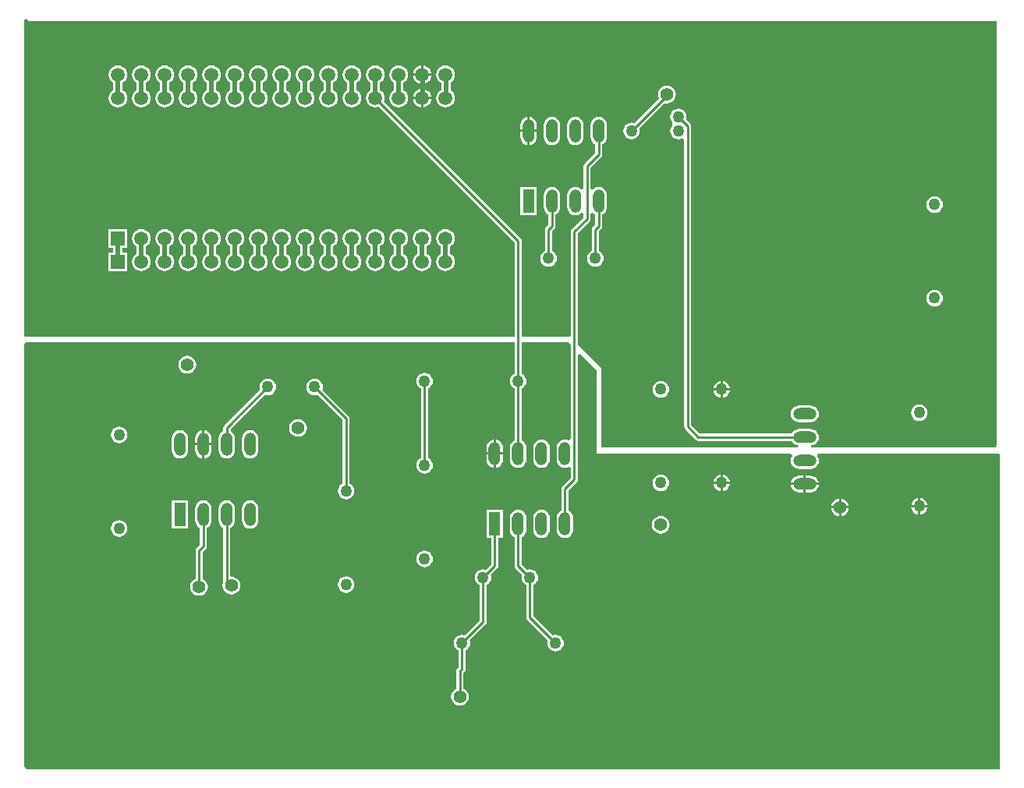
<source format=gtl>
G04*
G04 #@! TF.GenerationSoftware,Altium Limited,Altium Designer,19.1.2 (11)*
G04*
G04 Layer_Physical_Order=1*
G04 Layer_Color=255*
%FSLAX43Y43*%
%MOMM*%
G71*
G01*
G75*
%ADD10C,0.254*%
%ADD11C,0.508*%
%ADD20C,1.500*%
%ADD21R,1.500X1.500*%
%ADD22R,1.270X2.540*%
%ADD23O,1.270X2.540*%
%ADD24C,1.397*%
%ADD25C,1.270*%
%ADD26O,2.540X1.270*%
G36*
X508Y81407D02*
X105537D01*
Y35306D01*
X105432Y35052D01*
X85419D01*
X85402Y35306D01*
X85576Y35329D01*
X85792Y35418D01*
X85978Y35561D01*
X86121Y35747D01*
X86210Y35963D01*
X86241Y36195D01*
X86210Y36427D01*
X86121Y36643D01*
X85978Y36829D01*
X85792Y36972D01*
X85576Y37061D01*
X85344Y37092D01*
X84074D01*
X83842Y37061D01*
X83626Y36972D01*
X83440Y36829D01*
X83297Y36643D01*
X83273Y36583D01*
X73313D01*
X72397Y37499D01*
Y69977D01*
X72368Y70126D01*
X72284Y70252D01*
X71834Y70701D01*
X71859Y70761D01*
X71890Y70993D01*
X71859Y71225D01*
X71770Y71441D01*
X71627Y71627D01*
X71441Y71770D01*
X71225Y71859D01*
X70993Y71890D01*
X70761Y71859D01*
X70545Y71770D01*
X70359Y71627D01*
X70216Y71441D01*
X70127Y71225D01*
X70096Y70993D01*
X70127Y70761D01*
X70216Y70545D01*
X70328Y70399D01*
X70360Y70243D01*
Y70219D01*
X70328Y70063D01*
X70216Y69917D01*
X70127Y69701D01*
X70096Y69469D01*
X70127Y69237D01*
X70216Y69021D01*
X70359Y68835D01*
X70545Y68692D01*
X70761Y68603D01*
X70993Y68572D01*
X71225Y68603D01*
X71367Y68661D01*
X71621Y68540D01*
Y37338D01*
X71650Y37189D01*
X71734Y37063D01*
X72877Y35920D01*
X73003Y35836D01*
X73152Y35807D01*
X83273D01*
X83297Y35747D01*
X83440Y35561D01*
X83626Y35418D01*
X83842Y35329D01*
X84016Y35306D01*
X83999Y35052D01*
X62611D01*
Y43688D01*
X60078Y46221D01*
Y58361D01*
X61362Y59644D01*
X61446Y59770D01*
X61475Y59919D01*
Y60485D01*
X61699Y60571D01*
X61729Y60575D01*
X61909Y60437D01*
X61969Y60413D01*
Y59292D01*
X61701Y59025D01*
X61617Y58899D01*
X61588Y58750D01*
Y56427D01*
X61528Y56403D01*
X61342Y56260D01*
X61199Y56074D01*
X61110Y55858D01*
X61079Y55626D01*
X61110Y55394D01*
X61199Y55178D01*
X61342Y54992D01*
X61528Y54849D01*
X61744Y54760D01*
X61976Y54729D01*
X62208Y54760D01*
X62424Y54849D01*
X62610Y54992D01*
X62753Y55178D01*
X62842Y55394D01*
X62873Y55626D01*
X62842Y55858D01*
X62753Y56074D01*
X62610Y56260D01*
X62424Y56403D01*
X62364Y56427D01*
Y58589D01*
X62632Y58857D01*
X62716Y58983D01*
X62745Y59131D01*
Y60413D01*
X62805Y60437D01*
X62991Y60580D01*
X63134Y60766D01*
X63223Y60982D01*
X63254Y61214D01*
Y62484D01*
X63223Y62716D01*
X63134Y62932D01*
X62991Y63118D01*
X62805Y63261D01*
X62589Y63350D01*
X62357Y63381D01*
X62125Y63350D01*
X61909Y63261D01*
X61729Y63123D01*
X61699Y63127D01*
X61475Y63213D01*
Y65498D01*
X62632Y66654D01*
X62716Y66780D01*
X62745Y66929D01*
Y68033D01*
X62805Y68057D01*
X62991Y68200D01*
X63134Y68386D01*
X63223Y68602D01*
X63254Y68834D01*
Y70104D01*
X63223Y70336D01*
X63134Y70552D01*
X62991Y70738D01*
X62805Y70881D01*
X62589Y70970D01*
X62357Y71001D01*
X62125Y70970D01*
X61909Y70881D01*
X61723Y70738D01*
X61580Y70552D01*
X61491Y70336D01*
X61460Y70104D01*
Y68834D01*
X61491Y68602D01*
X61580Y68386D01*
X61723Y68200D01*
X61909Y68057D01*
X61969Y68033D01*
Y67090D01*
X60812Y65934D01*
X60728Y65808D01*
X60699Y65659D01*
Y63213D01*
X60475Y63127D01*
X60445Y63123D01*
X60265Y63261D01*
X60049Y63350D01*
X59817Y63381D01*
X59585Y63350D01*
X59369Y63261D01*
X59183Y63118D01*
X59040Y62932D01*
X58951Y62716D01*
X58920Y62484D01*
Y61214D01*
X58951Y60982D01*
X59040Y60766D01*
X59183Y60580D01*
X59369Y60437D01*
X59585Y60348D01*
X59817Y60317D01*
X60049Y60348D01*
X60265Y60437D01*
X60445Y60575D01*
X60475Y60571D01*
X60699Y60485D01*
Y60080D01*
X59415Y58796D01*
X59331Y58670D01*
X59302Y58522D01*
Y47167D01*
X59182Y47117D01*
X53982D01*
Y57531D01*
X53953Y57680D01*
X53869Y57806D01*
X39029Y72645D01*
X39078Y72763D01*
X39113Y73025D01*
X39078Y73287D01*
X38977Y73531D01*
X38816Y73741D01*
X38618Y73893D01*
Y74697D01*
X38816Y74849D01*
X38977Y75059D01*
X39078Y75303D01*
X39113Y75565D01*
X39078Y75827D01*
X38977Y76071D01*
X38816Y76281D01*
X38606Y76442D01*
X38362Y76543D01*
X38100Y76578D01*
X37838Y76543D01*
X37594Y76442D01*
X37384Y76281D01*
X37223Y76071D01*
X37122Y75827D01*
X37087Y75565D01*
X37122Y75303D01*
X37223Y75059D01*
X37384Y74849D01*
X37582Y74697D01*
Y73893D01*
X37384Y73741D01*
X37223Y73531D01*
X37122Y73287D01*
X37087Y73025D01*
X37122Y72763D01*
X37223Y72519D01*
X37384Y72309D01*
X37594Y72148D01*
X37838Y72047D01*
X38100Y72012D01*
X38362Y72047D01*
X38480Y72096D01*
X53206Y57370D01*
Y47117D01*
X0D01*
Y81556D01*
X254Y81661D01*
X508Y81407D01*
D02*
G37*
G36*
X59302Y46235D02*
Y35981D01*
X59048Y35860D01*
X58906Y35918D01*
X58674Y35949D01*
X58442Y35918D01*
X58226Y35829D01*
X58040Y35686D01*
X57897Y35500D01*
X57808Y35284D01*
X57777Y35052D01*
Y33782D01*
X57808Y33550D01*
X57897Y33334D01*
X58040Y33148D01*
X58226Y33005D01*
X58442Y32916D01*
X58674Y32885D01*
X58906Y32916D01*
X59048Y32974D01*
X59302Y32853D01*
Y31784D01*
X58399Y30882D01*
X58315Y30756D01*
X58286Y30607D01*
Y28233D01*
X58226Y28209D01*
X58040Y28066D01*
X57897Y27880D01*
X57808Y27664D01*
X57777Y27432D01*
Y26162D01*
X57808Y25930D01*
X57897Y25714D01*
X58040Y25528D01*
X58226Y25385D01*
X58442Y25296D01*
X58674Y25265D01*
X58906Y25296D01*
X59122Y25385D01*
X59308Y25528D01*
X59451Y25714D01*
X59540Y25930D01*
X59571Y26162D01*
Y27432D01*
X59540Y27664D01*
X59451Y27880D01*
X59308Y28066D01*
X59122Y28209D01*
X59062Y28233D01*
Y30446D01*
X59965Y31348D01*
X60049Y31474D01*
X60078Y31623D01*
Y45127D01*
X60313Y45224D01*
X62103Y43434D01*
Y34417D01*
X83218D01*
X83343Y34163D01*
X83297Y34103D01*
X83208Y33887D01*
X83177Y33655D01*
X83208Y33423D01*
X83297Y33207D01*
X83440Y33021D01*
X83626Y32878D01*
X83842Y32789D01*
X84074Y32758D01*
X85344D01*
X85576Y32789D01*
X85792Y32878D01*
X85978Y33021D01*
X86121Y33207D01*
X86210Y33423D01*
X86241Y33655D01*
X86210Y33887D01*
X86121Y34103D01*
X86075Y34163D01*
X86200Y34417D01*
X105791D01*
X105918Y34364D01*
Y127D01*
X328D01*
X127Y254D01*
X0Y452D01*
Y46355D01*
X127Y46482D01*
X53206D01*
Y43092D01*
X53146Y43068D01*
X52960Y42925D01*
X52817Y42739D01*
X52728Y42523D01*
X52697Y42291D01*
X52728Y42059D01*
X52817Y41843D01*
X52960Y41657D01*
X53146Y41514D01*
X53206Y41490D01*
Y35853D01*
X53146Y35829D01*
X52960Y35686D01*
X52817Y35500D01*
X52728Y35284D01*
X52697Y35052D01*
Y33782D01*
X52728Y33550D01*
X52817Y33334D01*
X52960Y33148D01*
X53146Y33005D01*
X53362Y32916D01*
X53594Y32885D01*
X53826Y32916D01*
X54042Y33005D01*
X54228Y33148D01*
X54371Y33334D01*
X54460Y33550D01*
X54491Y33782D01*
Y35052D01*
X54460Y35284D01*
X54371Y35500D01*
X54228Y35686D01*
X54042Y35829D01*
X53982Y35853D01*
Y41490D01*
X54042Y41514D01*
X54228Y41657D01*
X54371Y41843D01*
X54460Y42059D01*
X54491Y42291D01*
X54460Y42523D01*
X54371Y42739D01*
X54228Y42925D01*
X54042Y43068D01*
X53982Y43092D01*
Y46482D01*
X59055D01*
X59302Y46235D01*
D02*
G37*
%LPC*%
G36*
X43307Y76561D02*
Y75692D01*
X44176D01*
X44158Y75827D01*
X44057Y76071D01*
X43896Y76281D01*
X43686Y76442D01*
X43442Y76543D01*
X43307Y76561D01*
D02*
G37*
G36*
X43053D02*
X42918Y76543D01*
X42674Y76442D01*
X42464Y76281D01*
X42303Y76071D01*
X42202Y75827D01*
X42184Y75692D01*
X43053D01*
Y76561D01*
D02*
G37*
G36*
X44176Y75438D02*
X43307D01*
Y74569D01*
X43442Y74587D01*
X43686Y74688D01*
X43896Y74849D01*
X44057Y75059D01*
X44158Y75303D01*
X44176Y75438D01*
D02*
G37*
G36*
X43053D02*
X42184D01*
X42202Y75303D01*
X42303Y75059D01*
X42464Y74849D01*
X42674Y74688D01*
X42918Y74587D01*
X43053Y74569D01*
Y75438D01*
D02*
G37*
G36*
X43307Y74021D02*
Y73152D01*
X44176D01*
X44158Y73287D01*
X44057Y73531D01*
X43896Y73741D01*
X43686Y73902D01*
X43442Y74003D01*
X43307Y74021D01*
D02*
G37*
G36*
X43053D02*
X42918Y74003D01*
X42674Y73902D01*
X42464Y73741D01*
X42303Y73531D01*
X42202Y73287D01*
X42184Y73152D01*
X43053D01*
Y74021D01*
D02*
G37*
G36*
X69755Y74375D02*
X69506Y74342D01*
X69275Y74246D01*
X69076Y74093D01*
X68923Y73894D01*
X68827Y73663D01*
X68794Y73414D01*
X68827Y73165D01*
X68895Y73001D01*
X66205Y70310D01*
X66145Y70335D01*
X65913Y70366D01*
X65681Y70335D01*
X65465Y70246D01*
X65279Y70103D01*
X65136Y69917D01*
X65047Y69701D01*
X65016Y69469D01*
X65047Y69237D01*
X65136Y69021D01*
X65279Y68835D01*
X65465Y68692D01*
X65681Y68603D01*
X65913Y68572D01*
X66145Y68603D01*
X66361Y68692D01*
X66547Y68835D01*
X66690Y69021D01*
X66779Y69237D01*
X66810Y69469D01*
X66779Y69701D01*
X66754Y69761D01*
X69487Y72494D01*
X69506Y72486D01*
X69755Y72453D01*
X70004Y72486D01*
X70235Y72582D01*
X70434Y72735D01*
X70587Y72934D01*
X70683Y73165D01*
X70716Y73414D01*
X70683Y73663D01*
X70587Y73894D01*
X70434Y74093D01*
X70235Y74246D01*
X70004Y74342D01*
X69755Y74375D01*
D02*
G37*
G36*
X44176Y72898D02*
X43307D01*
Y72029D01*
X43442Y72047D01*
X43686Y72148D01*
X43896Y72309D01*
X44057Y72519D01*
X44158Y72763D01*
X44176Y72898D01*
D02*
G37*
G36*
X43053D02*
X42184D01*
X42202Y72763D01*
X42303Y72519D01*
X42464Y72309D01*
X42674Y72148D01*
X42918Y72047D01*
X43053Y72029D01*
Y72898D01*
D02*
G37*
G36*
X45720Y76578D02*
X45458Y76543D01*
X45214Y76442D01*
X45004Y76281D01*
X44843Y76071D01*
X44742Y75827D01*
X44707Y75565D01*
X44742Y75303D01*
X44843Y75059D01*
X45004Y74849D01*
X45214Y74688D01*
X45253Y74672D01*
Y73918D01*
X45214Y73902D01*
X45004Y73741D01*
X44843Y73531D01*
X44742Y73287D01*
X44707Y73025D01*
X44742Y72763D01*
X44843Y72519D01*
X45004Y72309D01*
X45214Y72148D01*
X45458Y72047D01*
X45720Y72012D01*
X45982Y72047D01*
X46226Y72148D01*
X46436Y72309D01*
X46597Y72519D01*
X46698Y72763D01*
X46733Y73025D01*
X46698Y73287D01*
X46597Y73531D01*
X46436Y73741D01*
X46289Y73854D01*
Y74736D01*
X46436Y74849D01*
X46597Y75059D01*
X46698Y75303D01*
X46733Y75565D01*
X46698Y75827D01*
X46597Y76071D01*
X46436Y76281D01*
X46226Y76442D01*
X45982Y76543D01*
X45720Y76578D01*
D02*
G37*
G36*
X40640D02*
X40378Y76543D01*
X40134Y76442D01*
X39924Y76281D01*
X39763Y76071D01*
X39662Y75827D01*
X39627Y75565D01*
X39662Y75303D01*
X39763Y75059D01*
X39924Y74849D01*
X40122Y74697D01*
Y73893D01*
X39924Y73741D01*
X39763Y73531D01*
X39662Y73287D01*
X39627Y73025D01*
X39662Y72763D01*
X39763Y72519D01*
X39924Y72309D01*
X40134Y72148D01*
X40378Y72047D01*
X40640Y72012D01*
X40902Y72047D01*
X41146Y72148D01*
X41356Y72309D01*
X41517Y72519D01*
X41618Y72763D01*
X41653Y73025D01*
X41618Y73287D01*
X41517Y73531D01*
X41356Y73741D01*
X41158Y73893D01*
Y74697D01*
X41356Y74849D01*
X41517Y75059D01*
X41618Y75303D01*
X41653Y75565D01*
X41618Y75827D01*
X41517Y76071D01*
X41356Y76281D01*
X41146Y76442D01*
X40902Y76543D01*
X40640Y76578D01*
D02*
G37*
G36*
X35560D02*
X35298Y76543D01*
X35054Y76442D01*
X34844Y76281D01*
X34683Y76071D01*
X34582Y75827D01*
X34547Y75565D01*
X34582Y75303D01*
X34683Y75059D01*
X34844Y74849D01*
X35042Y74697D01*
Y73893D01*
X34844Y73741D01*
X34683Y73531D01*
X34582Y73287D01*
X34547Y73025D01*
X34582Y72763D01*
X34683Y72519D01*
X34844Y72309D01*
X35054Y72148D01*
X35298Y72047D01*
X35560Y72012D01*
X35822Y72047D01*
X36066Y72148D01*
X36276Y72309D01*
X36437Y72519D01*
X36538Y72763D01*
X36573Y73025D01*
X36538Y73287D01*
X36437Y73531D01*
X36276Y73741D01*
X36078Y73893D01*
Y74697D01*
X36276Y74849D01*
X36437Y75059D01*
X36538Y75303D01*
X36573Y75565D01*
X36538Y75827D01*
X36437Y76071D01*
X36276Y76281D01*
X36066Y76442D01*
X35822Y76543D01*
X35560Y76578D01*
D02*
G37*
G36*
X33020D02*
X32758Y76543D01*
X32514Y76442D01*
X32304Y76281D01*
X32143Y76071D01*
X32042Y75827D01*
X32007Y75565D01*
X32042Y75303D01*
X32143Y75059D01*
X32304Y74849D01*
X32502Y74697D01*
Y73893D01*
X32304Y73741D01*
X32143Y73531D01*
X32042Y73287D01*
X32007Y73025D01*
X32042Y72763D01*
X32143Y72519D01*
X32304Y72309D01*
X32514Y72148D01*
X32758Y72047D01*
X33020Y72012D01*
X33282Y72047D01*
X33526Y72148D01*
X33736Y72309D01*
X33897Y72519D01*
X33998Y72763D01*
X34033Y73025D01*
X33998Y73287D01*
X33897Y73531D01*
X33736Y73741D01*
X33538Y73893D01*
Y74697D01*
X33736Y74849D01*
X33897Y75059D01*
X33998Y75303D01*
X34033Y75565D01*
X33998Y75827D01*
X33897Y76071D01*
X33736Y76281D01*
X33526Y76442D01*
X33282Y76543D01*
X33020Y76578D01*
D02*
G37*
G36*
X30480D02*
X30218Y76543D01*
X29974Y76442D01*
X29764Y76281D01*
X29603Y76071D01*
X29502Y75827D01*
X29467Y75565D01*
X29502Y75303D01*
X29603Y75059D01*
X29764Y74849D01*
X29962Y74697D01*
Y73893D01*
X29764Y73741D01*
X29603Y73531D01*
X29502Y73287D01*
X29467Y73025D01*
X29502Y72763D01*
X29603Y72519D01*
X29764Y72309D01*
X29974Y72148D01*
X30218Y72047D01*
X30480Y72012D01*
X30742Y72047D01*
X30986Y72148D01*
X31196Y72309D01*
X31357Y72519D01*
X31458Y72763D01*
X31493Y73025D01*
X31458Y73287D01*
X31357Y73531D01*
X31196Y73741D01*
X30998Y73893D01*
Y74697D01*
X31196Y74849D01*
X31357Y75059D01*
X31458Y75303D01*
X31493Y75565D01*
X31458Y75827D01*
X31357Y76071D01*
X31196Y76281D01*
X30986Y76442D01*
X30742Y76543D01*
X30480Y76578D01*
D02*
G37*
G36*
X27940D02*
X27678Y76543D01*
X27434Y76442D01*
X27224Y76281D01*
X27063Y76071D01*
X26962Y75827D01*
X26927Y75565D01*
X26962Y75303D01*
X27063Y75059D01*
X27224Y74849D01*
X27422Y74697D01*
Y73893D01*
X27224Y73741D01*
X27063Y73531D01*
X26962Y73287D01*
X26927Y73025D01*
X26962Y72763D01*
X27063Y72519D01*
X27224Y72309D01*
X27434Y72148D01*
X27678Y72047D01*
X27940Y72012D01*
X28202Y72047D01*
X28446Y72148D01*
X28656Y72309D01*
X28817Y72519D01*
X28918Y72763D01*
X28953Y73025D01*
X28918Y73287D01*
X28817Y73531D01*
X28656Y73741D01*
X28458Y73893D01*
Y74697D01*
X28656Y74849D01*
X28817Y75059D01*
X28918Y75303D01*
X28953Y75565D01*
X28918Y75827D01*
X28817Y76071D01*
X28656Y76281D01*
X28446Y76442D01*
X28202Y76543D01*
X27940Y76578D01*
D02*
G37*
G36*
X25400D02*
X25138Y76543D01*
X24894Y76442D01*
X24684Y76281D01*
X24523Y76071D01*
X24422Y75827D01*
X24387Y75565D01*
X24422Y75303D01*
X24523Y75059D01*
X24684Y74849D01*
X24882Y74697D01*
Y73893D01*
X24684Y73741D01*
X24523Y73531D01*
X24422Y73287D01*
X24387Y73025D01*
X24422Y72763D01*
X24523Y72519D01*
X24684Y72309D01*
X24894Y72148D01*
X25138Y72047D01*
X25400Y72012D01*
X25662Y72047D01*
X25906Y72148D01*
X26116Y72309D01*
X26277Y72519D01*
X26378Y72763D01*
X26413Y73025D01*
X26378Y73287D01*
X26277Y73531D01*
X26116Y73741D01*
X25918Y73893D01*
Y74697D01*
X26116Y74849D01*
X26277Y75059D01*
X26378Y75303D01*
X26413Y75565D01*
X26378Y75827D01*
X26277Y76071D01*
X26116Y76281D01*
X25906Y76442D01*
X25662Y76543D01*
X25400Y76578D01*
D02*
G37*
G36*
X22860D02*
X22598Y76543D01*
X22354Y76442D01*
X22144Y76281D01*
X21983Y76071D01*
X21882Y75827D01*
X21847Y75565D01*
X21882Y75303D01*
X21983Y75059D01*
X22144Y74849D01*
X22342Y74697D01*
Y73893D01*
X22144Y73741D01*
X21983Y73531D01*
X21882Y73287D01*
X21847Y73025D01*
X21882Y72763D01*
X21983Y72519D01*
X22144Y72309D01*
X22354Y72148D01*
X22598Y72047D01*
X22860Y72012D01*
X23122Y72047D01*
X23366Y72148D01*
X23576Y72309D01*
X23737Y72519D01*
X23838Y72763D01*
X23873Y73025D01*
X23838Y73287D01*
X23737Y73531D01*
X23576Y73741D01*
X23378Y73893D01*
Y74697D01*
X23576Y74849D01*
X23737Y75059D01*
X23838Y75303D01*
X23873Y75565D01*
X23838Y75827D01*
X23737Y76071D01*
X23576Y76281D01*
X23366Y76442D01*
X23122Y76543D01*
X22860Y76578D01*
D02*
G37*
G36*
X20320D02*
X20058Y76543D01*
X19814Y76442D01*
X19604Y76281D01*
X19443Y76071D01*
X19342Y75827D01*
X19307Y75565D01*
X19342Y75303D01*
X19443Y75059D01*
X19604Y74849D01*
X19802Y74697D01*
Y73893D01*
X19604Y73741D01*
X19443Y73531D01*
X19342Y73287D01*
X19307Y73025D01*
X19342Y72763D01*
X19443Y72519D01*
X19604Y72309D01*
X19814Y72148D01*
X20058Y72047D01*
X20320Y72012D01*
X20582Y72047D01*
X20826Y72148D01*
X21036Y72309D01*
X21197Y72519D01*
X21298Y72763D01*
X21333Y73025D01*
X21298Y73287D01*
X21197Y73531D01*
X21036Y73741D01*
X20838Y73893D01*
Y74697D01*
X21036Y74849D01*
X21197Y75059D01*
X21298Y75303D01*
X21333Y75565D01*
X21298Y75827D01*
X21197Y76071D01*
X21036Y76281D01*
X20826Y76442D01*
X20582Y76543D01*
X20320Y76578D01*
D02*
G37*
G36*
X17780D02*
X17518Y76543D01*
X17274Y76442D01*
X17064Y76281D01*
X16903Y76071D01*
X16802Y75827D01*
X16767Y75565D01*
X16802Y75303D01*
X16903Y75059D01*
X17064Y74849D01*
X17262Y74697D01*
Y73893D01*
X17064Y73741D01*
X16903Y73531D01*
X16802Y73287D01*
X16767Y73025D01*
X16802Y72763D01*
X16903Y72519D01*
X17064Y72309D01*
X17274Y72148D01*
X17518Y72047D01*
X17780Y72012D01*
X18042Y72047D01*
X18286Y72148D01*
X18496Y72309D01*
X18657Y72519D01*
X18758Y72763D01*
X18793Y73025D01*
X18758Y73287D01*
X18657Y73531D01*
X18496Y73741D01*
X18298Y73893D01*
Y74697D01*
X18496Y74849D01*
X18657Y75059D01*
X18758Y75303D01*
X18793Y75565D01*
X18758Y75827D01*
X18657Y76071D01*
X18496Y76281D01*
X18286Y76442D01*
X18042Y76543D01*
X17780Y76578D01*
D02*
G37*
G36*
X15240D02*
X14978Y76543D01*
X14734Y76442D01*
X14524Y76281D01*
X14363Y76071D01*
X14262Y75827D01*
X14227Y75565D01*
X14262Y75303D01*
X14363Y75059D01*
X14524Y74849D01*
X14722Y74697D01*
Y73893D01*
X14524Y73741D01*
X14363Y73531D01*
X14262Y73287D01*
X14227Y73025D01*
X14262Y72763D01*
X14363Y72519D01*
X14524Y72309D01*
X14734Y72148D01*
X14978Y72047D01*
X15240Y72012D01*
X15502Y72047D01*
X15746Y72148D01*
X15956Y72309D01*
X16117Y72519D01*
X16218Y72763D01*
X16253Y73025D01*
X16218Y73287D01*
X16117Y73531D01*
X15956Y73741D01*
X15758Y73893D01*
Y74697D01*
X15956Y74849D01*
X16117Y75059D01*
X16218Y75303D01*
X16253Y75565D01*
X16218Y75827D01*
X16117Y76071D01*
X15956Y76281D01*
X15746Y76442D01*
X15502Y76543D01*
X15240Y76578D01*
D02*
G37*
G36*
X12700D02*
X12438Y76543D01*
X12194Y76442D01*
X11984Y76281D01*
X11823Y76071D01*
X11722Y75827D01*
X11687Y75565D01*
X11722Y75303D01*
X11823Y75059D01*
X11984Y74849D01*
X12182Y74697D01*
Y73893D01*
X11984Y73741D01*
X11823Y73531D01*
X11722Y73287D01*
X11687Y73025D01*
X11722Y72763D01*
X11823Y72519D01*
X11984Y72309D01*
X12194Y72148D01*
X12438Y72047D01*
X12700Y72012D01*
X12962Y72047D01*
X13206Y72148D01*
X13416Y72309D01*
X13577Y72519D01*
X13678Y72763D01*
X13713Y73025D01*
X13678Y73287D01*
X13577Y73531D01*
X13416Y73741D01*
X13218Y73893D01*
Y74697D01*
X13416Y74849D01*
X13577Y75059D01*
X13678Y75303D01*
X13713Y75565D01*
X13678Y75827D01*
X13577Y76071D01*
X13416Y76281D01*
X13206Y76442D01*
X12962Y76543D01*
X12700Y76578D01*
D02*
G37*
G36*
X10160D02*
X9898Y76543D01*
X9654Y76442D01*
X9444Y76281D01*
X9283Y76071D01*
X9182Y75827D01*
X9147Y75565D01*
X9182Y75303D01*
X9283Y75059D01*
X9444Y74849D01*
X9642Y74697D01*
Y73893D01*
X9444Y73741D01*
X9283Y73531D01*
X9182Y73287D01*
X9147Y73025D01*
X9182Y72763D01*
X9283Y72519D01*
X9444Y72309D01*
X9654Y72148D01*
X9898Y72047D01*
X10160Y72012D01*
X10422Y72047D01*
X10666Y72148D01*
X10876Y72309D01*
X11037Y72519D01*
X11138Y72763D01*
X11173Y73025D01*
X11138Y73287D01*
X11037Y73531D01*
X10876Y73741D01*
X10678Y73893D01*
Y74697D01*
X10876Y74849D01*
X11037Y75059D01*
X11138Y75303D01*
X11173Y75565D01*
X11138Y75827D01*
X11037Y76071D01*
X10876Y76281D01*
X10666Y76442D01*
X10422Y76543D01*
X10160Y76578D01*
D02*
G37*
G36*
X54864Y70984D02*
Y69596D01*
X55634D01*
Y70104D01*
X55603Y70336D01*
X55514Y70552D01*
X55371Y70738D01*
X55185Y70881D01*
X54969Y70970D01*
X54864Y70984D01*
D02*
G37*
G36*
X54610D02*
X54505Y70970D01*
X54289Y70881D01*
X54103Y70738D01*
X53960Y70552D01*
X53871Y70336D01*
X53840Y70104D01*
Y69596D01*
X54610D01*
Y70984D01*
D02*
G37*
G36*
X55634Y69342D02*
X54864D01*
Y67954D01*
X54969Y67968D01*
X55185Y68057D01*
X55371Y68200D01*
X55514Y68386D01*
X55603Y68602D01*
X55634Y68834D01*
Y69342D01*
D02*
G37*
G36*
X54610D02*
X53840D01*
Y68834D01*
X53871Y68602D01*
X53960Y68386D01*
X54103Y68200D01*
X54289Y68057D01*
X54505Y67968D01*
X54610Y67954D01*
Y69342D01*
D02*
G37*
G36*
X59817Y71001D02*
X59585Y70970D01*
X59369Y70881D01*
X59183Y70738D01*
X59040Y70552D01*
X58951Y70336D01*
X58920Y70104D01*
Y68834D01*
X58951Y68602D01*
X59040Y68386D01*
X59183Y68200D01*
X59369Y68057D01*
X59585Y67968D01*
X59817Y67937D01*
X60049Y67968D01*
X60265Y68057D01*
X60451Y68200D01*
X60594Y68386D01*
X60683Y68602D01*
X60714Y68834D01*
Y70104D01*
X60683Y70336D01*
X60594Y70552D01*
X60451Y70738D01*
X60265Y70881D01*
X60049Y70970D01*
X59817Y71001D01*
D02*
G37*
G36*
X57277D02*
X57045Y70970D01*
X56829Y70881D01*
X56643Y70738D01*
X56500Y70552D01*
X56411Y70336D01*
X56380Y70104D01*
Y68834D01*
X56411Y68602D01*
X56500Y68386D01*
X56643Y68200D01*
X56829Y68057D01*
X57045Y67968D01*
X57277Y67937D01*
X57509Y67968D01*
X57725Y68057D01*
X57911Y68200D01*
X58054Y68386D01*
X58143Y68602D01*
X58174Y68834D01*
Y70104D01*
X58143Y70336D01*
X58054Y70552D01*
X57911Y70738D01*
X57725Y70881D01*
X57509Y70970D01*
X57277Y71001D01*
D02*
G37*
G36*
X98806Y62365D02*
X98574Y62334D01*
X98358Y62245D01*
X98172Y62102D01*
X98029Y61916D01*
X97940Y61700D01*
X97909Y61468D01*
X97940Y61236D01*
X98029Y61020D01*
X98172Y60834D01*
X98358Y60691D01*
X98574Y60602D01*
X98806Y60571D01*
X99038Y60602D01*
X99254Y60691D01*
X99440Y60834D01*
X99583Y61020D01*
X99672Y61236D01*
X99703Y61468D01*
X99672Y61700D01*
X99583Y61916D01*
X99440Y62102D01*
X99254Y62245D01*
X99038Y62334D01*
X98806Y62365D01*
D02*
G37*
G36*
X55626Y63373D02*
X53848D01*
Y60325D01*
X55626D01*
Y63373D01*
D02*
G37*
G36*
X57277Y63381D02*
X57045Y63350D01*
X56829Y63261D01*
X56643Y63118D01*
X56500Y62932D01*
X56411Y62716D01*
X56380Y62484D01*
Y61214D01*
X56411Y60982D01*
X56500Y60766D01*
X56643Y60580D01*
X56829Y60437D01*
X56889Y60413D01*
Y59292D01*
X56621Y59025D01*
X56537Y58899D01*
X56508Y58750D01*
Y56427D01*
X56448Y56403D01*
X56262Y56260D01*
X56119Y56074D01*
X56030Y55858D01*
X55999Y55626D01*
X56030Y55394D01*
X56119Y55178D01*
X56262Y54992D01*
X56448Y54849D01*
X56664Y54760D01*
X56896Y54729D01*
X57128Y54760D01*
X57344Y54849D01*
X57530Y54992D01*
X57673Y55178D01*
X57762Y55394D01*
X57793Y55626D01*
X57762Y55858D01*
X57673Y56074D01*
X57530Y56260D01*
X57344Y56403D01*
X57284Y56427D01*
Y58589D01*
X57552Y58857D01*
X57636Y58983D01*
X57665Y59131D01*
Y60413D01*
X57725Y60437D01*
X57911Y60580D01*
X58054Y60766D01*
X58143Y60982D01*
X58174Y61214D01*
Y62484D01*
X58143Y62716D01*
X58054Y62932D01*
X57911Y63118D01*
X57725Y63261D01*
X57509Y63350D01*
X57277Y63381D01*
D02*
G37*
G36*
X11164Y58789D02*
X9156D01*
Y56781D01*
X9642D01*
Y56249D01*
X9156D01*
Y54241D01*
X11164D01*
Y56249D01*
X10678D01*
Y56781D01*
X11164D01*
Y58789D01*
D02*
G37*
G36*
X45720Y58798D02*
X45458Y58763D01*
X45214Y58662D01*
X45004Y58501D01*
X44843Y58291D01*
X44742Y58047D01*
X44707Y57785D01*
X44742Y57523D01*
X44843Y57279D01*
X45004Y57069D01*
X45202Y56917D01*
Y56113D01*
X45004Y55961D01*
X44843Y55751D01*
X44742Y55507D01*
X44707Y55245D01*
X44742Y54983D01*
X44843Y54739D01*
X45004Y54529D01*
X45214Y54368D01*
X45458Y54267D01*
X45720Y54232D01*
X45982Y54267D01*
X46226Y54368D01*
X46436Y54529D01*
X46597Y54739D01*
X46698Y54983D01*
X46733Y55245D01*
X46698Y55507D01*
X46597Y55751D01*
X46436Y55961D01*
X46238Y56113D01*
Y56917D01*
X46436Y57069D01*
X46597Y57279D01*
X46698Y57523D01*
X46733Y57785D01*
X46698Y58047D01*
X46597Y58291D01*
X46436Y58501D01*
X46226Y58662D01*
X45982Y58763D01*
X45720Y58798D01*
D02*
G37*
G36*
X43180D02*
X42918Y58763D01*
X42674Y58662D01*
X42464Y58501D01*
X42303Y58291D01*
X42202Y58047D01*
X42167Y57785D01*
X42202Y57523D01*
X42303Y57279D01*
X42464Y57069D01*
X42662Y56917D01*
Y56113D01*
X42464Y55961D01*
X42303Y55751D01*
X42202Y55507D01*
X42167Y55245D01*
X42202Y54983D01*
X42303Y54739D01*
X42464Y54529D01*
X42674Y54368D01*
X42918Y54267D01*
X43180Y54232D01*
X43442Y54267D01*
X43686Y54368D01*
X43896Y54529D01*
X44057Y54739D01*
X44158Y54983D01*
X44193Y55245D01*
X44158Y55507D01*
X44057Y55751D01*
X43896Y55961D01*
X43698Y56113D01*
Y56917D01*
X43896Y57069D01*
X44057Y57279D01*
X44158Y57523D01*
X44193Y57785D01*
X44158Y58047D01*
X44057Y58291D01*
X43896Y58501D01*
X43686Y58662D01*
X43442Y58763D01*
X43180Y58798D01*
D02*
G37*
G36*
X40640D02*
X40378Y58763D01*
X40134Y58662D01*
X39924Y58501D01*
X39763Y58291D01*
X39662Y58047D01*
X39627Y57785D01*
X39662Y57523D01*
X39763Y57279D01*
X39924Y57069D01*
X40122Y56917D01*
Y56113D01*
X39924Y55961D01*
X39763Y55751D01*
X39662Y55507D01*
X39627Y55245D01*
X39662Y54983D01*
X39763Y54739D01*
X39924Y54529D01*
X40134Y54368D01*
X40378Y54267D01*
X40640Y54232D01*
X40902Y54267D01*
X41146Y54368D01*
X41356Y54529D01*
X41517Y54739D01*
X41618Y54983D01*
X41653Y55245D01*
X41618Y55507D01*
X41517Y55751D01*
X41356Y55961D01*
X41158Y56113D01*
Y56917D01*
X41356Y57069D01*
X41517Y57279D01*
X41618Y57523D01*
X41653Y57785D01*
X41618Y58047D01*
X41517Y58291D01*
X41356Y58501D01*
X41146Y58662D01*
X40902Y58763D01*
X40640Y58798D01*
D02*
G37*
G36*
X38100D02*
X37838Y58763D01*
X37594Y58662D01*
X37384Y58501D01*
X37223Y58291D01*
X37122Y58047D01*
X37087Y57785D01*
X37122Y57523D01*
X37223Y57279D01*
X37384Y57069D01*
X37582Y56917D01*
Y56113D01*
X37384Y55961D01*
X37223Y55751D01*
X37122Y55507D01*
X37087Y55245D01*
X37122Y54983D01*
X37223Y54739D01*
X37384Y54529D01*
X37594Y54368D01*
X37838Y54267D01*
X38100Y54232D01*
X38362Y54267D01*
X38606Y54368D01*
X38816Y54529D01*
X38977Y54739D01*
X39078Y54983D01*
X39113Y55245D01*
X39078Y55507D01*
X38977Y55751D01*
X38816Y55961D01*
X38618Y56113D01*
Y56917D01*
X38816Y57069D01*
X38977Y57279D01*
X39078Y57523D01*
X39113Y57785D01*
X39078Y58047D01*
X38977Y58291D01*
X38816Y58501D01*
X38606Y58662D01*
X38362Y58763D01*
X38100Y58798D01*
D02*
G37*
G36*
X35560D02*
X35298Y58763D01*
X35054Y58662D01*
X34844Y58501D01*
X34683Y58291D01*
X34582Y58047D01*
X34547Y57785D01*
X34582Y57523D01*
X34683Y57279D01*
X34844Y57069D01*
X35042Y56917D01*
Y56113D01*
X34844Y55961D01*
X34683Y55751D01*
X34582Y55507D01*
X34547Y55245D01*
X34582Y54983D01*
X34683Y54739D01*
X34844Y54529D01*
X35054Y54368D01*
X35298Y54267D01*
X35560Y54232D01*
X35822Y54267D01*
X36066Y54368D01*
X36276Y54529D01*
X36437Y54739D01*
X36538Y54983D01*
X36573Y55245D01*
X36538Y55507D01*
X36437Y55751D01*
X36276Y55961D01*
X36078Y56113D01*
Y56917D01*
X36276Y57069D01*
X36437Y57279D01*
X36538Y57523D01*
X36573Y57785D01*
X36538Y58047D01*
X36437Y58291D01*
X36276Y58501D01*
X36066Y58662D01*
X35822Y58763D01*
X35560Y58798D01*
D02*
G37*
G36*
X33020D02*
X32758Y58763D01*
X32514Y58662D01*
X32304Y58501D01*
X32143Y58291D01*
X32042Y58047D01*
X32007Y57785D01*
X32042Y57523D01*
X32143Y57279D01*
X32304Y57069D01*
X32502Y56917D01*
Y56113D01*
X32304Y55961D01*
X32143Y55751D01*
X32042Y55507D01*
X32007Y55245D01*
X32042Y54983D01*
X32143Y54739D01*
X32304Y54529D01*
X32514Y54368D01*
X32758Y54267D01*
X33020Y54232D01*
X33282Y54267D01*
X33526Y54368D01*
X33736Y54529D01*
X33897Y54739D01*
X33998Y54983D01*
X34033Y55245D01*
X33998Y55507D01*
X33897Y55751D01*
X33736Y55961D01*
X33538Y56113D01*
Y56917D01*
X33736Y57069D01*
X33897Y57279D01*
X33998Y57523D01*
X34033Y57785D01*
X33998Y58047D01*
X33897Y58291D01*
X33736Y58501D01*
X33526Y58662D01*
X33282Y58763D01*
X33020Y58798D01*
D02*
G37*
G36*
X30480D02*
X30218Y58763D01*
X29974Y58662D01*
X29764Y58501D01*
X29603Y58291D01*
X29502Y58047D01*
X29467Y57785D01*
X29502Y57523D01*
X29603Y57279D01*
X29764Y57069D01*
X29962Y56917D01*
Y56113D01*
X29764Y55961D01*
X29603Y55751D01*
X29502Y55507D01*
X29467Y55245D01*
X29502Y54983D01*
X29603Y54739D01*
X29764Y54529D01*
X29974Y54368D01*
X30218Y54267D01*
X30480Y54232D01*
X30742Y54267D01*
X30986Y54368D01*
X31196Y54529D01*
X31357Y54739D01*
X31458Y54983D01*
X31493Y55245D01*
X31458Y55507D01*
X31357Y55751D01*
X31196Y55961D01*
X30998Y56113D01*
Y56917D01*
X31196Y57069D01*
X31357Y57279D01*
X31458Y57523D01*
X31493Y57785D01*
X31458Y58047D01*
X31357Y58291D01*
X31196Y58501D01*
X30986Y58662D01*
X30742Y58763D01*
X30480Y58798D01*
D02*
G37*
G36*
X27940D02*
X27678Y58763D01*
X27434Y58662D01*
X27224Y58501D01*
X27063Y58291D01*
X26962Y58047D01*
X26927Y57785D01*
X26962Y57523D01*
X27063Y57279D01*
X27224Y57069D01*
X27422Y56917D01*
Y56113D01*
X27224Y55961D01*
X27063Y55751D01*
X26962Y55507D01*
X26927Y55245D01*
X26962Y54983D01*
X27063Y54739D01*
X27224Y54529D01*
X27434Y54368D01*
X27678Y54267D01*
X27940Y54232D01*
X28202Y54267D01*
X28446Y54368D01*
X28656Y54529D01*
X28817Y54739D01*
X28918Y54983D01*
X28953Y55245D01*
X28918Y55507D01*
X28817Y55751D01*
X28656Y55961D01*
X28458Y56113D01*
Y56917D01*
X28656Y57069D01*
X28817Y57279D01*
X28918Y57523D01*
X28953Y57785D01*
X28918Y58047D01*
X28817Y58291D01*
X28656Y58501D01*
X28446Y58662D01*
X28202Y58763D01*
X27940Y58798D01*
D02*
G37*
G36*
X25400D02*
X25138Y58763D01*
X24894Y58662D01*
X24684Y58501D01*
X24523Y58291D01*
X24422Y58047D01*
X24387Y57785D01*
X24422Y57523D01*
X24523Y57279D01*
X24684Y57069D01*
X24882Y56917D01*
Y56113D01*
X24684Y55961D01*
X24523Y55751D01*
X24422Y55507D01*
X24387Y55245D01*
X24422Y54983D01*
X24523Y54739D01*
X24684Y54529D01*
X24894Y54368D01*
X25138Y54267D01*
X25400Y54232D01*
X25662Y54267D01*
X25906Y54368D01*
X26116Y54529D01*
X26277Y54739D01*
X26378Y54983D01*
X26413Y55245D01*
X26378Y55507D01*
X26277Y55751D01*
X26116Y55961D01*
X25918Y56113D01*
Y56917D01*
X26116Y57069D01*
X26277Y57279D01*
X26378Y57523D01*
X26413Y57785D01*
X26378Y58047D01*
X26277Y58291D01*
X26116Y58501D01*
X25906Y58662D01*
X25662Y58763D01*
X25400Y58798D01*
D02*
G37*
G36*
X22860D02*
X22598Y58763D01*
X22354Y58662D01*
X22144Y58501D01*
X21983Y58291D01*
X21882Y58047D01*
X21847Y57785D01*
X21882Y57523D01*
X21983Y57279D01*
X22144Y57069D01*
X22342Y56917D01*
Y56113D01*
X22144Y55961D01*
X21983Y55751D01*
X21882Y55507D01*
X21847Y55245D01*
X21882Y54983D01*
X21983Y54739D01*
X22144Y54529D01*
X22354Y54368D01*
X22598Y54267D01*
X22860Y54232D01*
X23122Y54267D01*
X23366Y54368D01*
X23576Y54529D01*
X23737Y54739D01*
X23838Y54983D01*
X23873Y55245D01*
X23838Y55507D01*
X23737Y55751D01*
X23576Y55961D01*
X23378Y56113D01*
Y56917D01*
X23576Y57069D01*
X23737Y57279D01*
X23838Y57523D01*
X23873Y57785D01*
X23838Y58047D01*
X23737Y58291D01*
X23576Y58501D01*
X23366Y58662D01*
X23122Y58763D01*
X22860Y58798D01*
D02*
G37*
G36*
X20320D02*
X20058Y58763D01*
X19814Y58662D01*
X19604Y58501D01*
X19443Y58291D01*
X19342Y58047D01*
X19307Y57785D01*
X19342Y57523D01*
X19443Y57279D01*
X19604Y57069D01*
X19802Y56917D01*
Y56113D01*
X19604Y55961D01*
X19443Y55751D01*
X19342Y55507D01*
X19307Y55245D01*
X19342Y54983D01*
X19443Y54739D01*
X19604Y54529D01*
X19814Y54368D01*
X20058Y54267D01*
X20320Y54232D01*
X20582Y54267D01*
X20826Y54368D01*
X21036Y54529D01*
X21197Y54739D01*
X21298Y54983D01*
X21333Y55245D01*
X21298Y55507D01*
X21197Y55751D01*
X21036Y55961D01*
X20838Y56113D01*
Y56917D01*
X21036Y57069D01*
X21197Y57279D01*
X21298Y57523D01*
X21333Y57785D01*
X21298Y58047D01*
X21197Y58291D01*
X21036Y58501D01*
X20826Y58662D01*
X20582Y58763D01*
X20320Y58798D01*
D02*
G37*
G36*
X17780D02*
X17518Y58763D01*
X17274Y58662D01*
X17064Y58501D01*
X16903Y58291D01*
X16802Y58047D01*
X16767Y57785D01*
X16802Y57523D01*
X16903Y57279D01*
X17064Y57069D01*
X17262Y56917D01*
Y56113D01*
X17064Y55961D01*
X16903Y55751D01*
X16802Y55507D01*
X16767Y55245D01*
X16802Y54983D01*
X16903Y54739D01*
X17064Y54529D01*
X17274Y54368D01*
X17518Y54267D01*
X17780Y54232D01*
X18042Y54267D01*
X18286Y54368D01*
X18496Y54529D01*
X18657Y54739D01*
X18758Y54983D01*
X18793Y55245D01*
X18758Y55507D01*
X18657Y55751D01*
X18496Y55961D01*
X18298Y56113D01*
Y56917D01*
X18496Y57069D01*
X18657Y57279D01*
X18758Y57523D01*
X18793Y57785D01*
X18758Y58047D01*
X18657Y58291D01*
X18496Y58501D01*
X18286Y58662D01*
X18042Y58763D01*
X17780Y58798D01*
D02*
G37*
G36*
X15240D02*
X14978Y58763D01*
X14734Y58662D01*
X14524Y58501D01*
X14363Y58291D01*
X14262Y58047D01*
X14227Y57785D01*
X14262Y57523D01*
X14363Y57279D01*
X14524Y57069D01*
X14722Y56917D01*
Y56113D01*
X14524Y55961D01*
X14363Y55751D01*
X14262Y55507D01*
X14227Y55245D01*
X14262Y54983D01*
X14363Y54739D01*
X14524Y54529D01*
X14734Y54368D01*
X14978Y54267D01*
X15240Y54232D01*
X15502Y54267D01*
X15746Y54368D01*
X15956Y54529D01*
X16117Y54739D01*
X16218Y54983D01*
X16253Y55245D01*
X16218Y55507D01*
X16117Y55751D01*
X15956Y55961D01*
X15758Y56113D01*
Y56917D01*
X15956Y57069D01*
X16117Y57279D01*
X16218Y57523D01*
X16253Y57785D01*
X16218Y58047D01*
X16117Y58291D01*
X15956Y58501D01*
X15746Y58662D01*
X15502Y58763D01*
X15240Y58798D01*
D02*
G37*
G36*
X12700D02*
X12438Y58763D01*
X12194Y58662D01*
X11984Y58501D01*
X11823Y58291D01*
X11722Y58047D01*
X11687Y57785D01*
X11722Y57523D01*
X11823Y57279D01*
X11984Y57069D01*
X12182Y56917D01*
Y56113D01*
X11984Y55961D01*
X11823Y55751D01*
X11722Y55507D01*
X11687Y55245D01*
X11722Y54983D01*
X11823Y54739D01*
X11984Y54529D01*
X12194Y54368D01*
X12438Y54267D01*
X12700Y54232D01*
X12962Y54267D01*
X13206Y54368D01*
X13416Y54529D01*
X13577Y54739D01*
X13678Y54983D01*
X13713Y55245D01*
X13678Y55507D01*
X13577Y55751D01*
X13416Y55961D01*
X13218Y56113D01*
Y56917D01*
X13416Y57069D01*
X13577Y57279D01*
X13678Y57523D01*
X13713Y57785D01*
X13678Y58047D01*
X13577Y58291D01*
X13416Y58501D01*
X13206Y58662D01*
X12962Y58763D01*
X12700Y58798D01*
D02*
G37*
G36*
X98806Y52205D02*
X98574Y52174D01*
X98358Y52085D01*
X98172Y51942D01*
X98029Y51756D01*
X97940Y51540D01*
X97909Y51308D01*
X97940Y51076D01*
X98029Y50860D01*
X98172Y50674D01*
X98358Y50531D01*
X98574Y50442D01*
X98806Y50411D01*
X99038Y50442D01*
X99254Y50531D01*
X99440Y50674D01*
X99583Y50860D01*
X99672Y51076D01*
X99703Y51308D01*
X99672Y51540D01*
X99583Y51756D01*
X99440Y51942D01*
X99254Y52085D01*
X99038Y52174D01*
X98806Y52205D01*
D02*
G37*
G36*
X75819Y42282D02*
Y41529D01*
X76572D01*
X76558Y41634D01*
X76469Y41850D01*
X76326Y42036D01*
X76140Y42179D01*
X75924Y42268D01*
X75819Y42282D01*
D02*
G37*
G36*
X75565D02*
X75460Y42268D01*
X75244Y42179D01*
X75058Y42036D01*
X74915Y41850D01*
X74826Y41634D01*
X74812Y41529D01*
X75565D01*
Y42282D01*
D02*
G37*
G36*
X76572Y41275D02*
X75819D01*
Y40522D01*
X75924Y40536D01*
X76140Y40625D01*
X76326Y40768D01*
X76469Y40954D01*
X76558Y41170D01*
X76572Y41275D01*
D02*
G37*
G36*
X75565D02*
X74812D01*
X74826Y41170D01*
X74915Y40954D01*
X75058Y40768D01*
X75244Y40625D01*
X75460Y40536D01*
X75565Y40522D01*
Y41275D01*
D02*
G37*
G36*
X69088Y42299D02*
X68856Y42268D01*
X68640Y42179D01*
X68454Y42036D01*
X68311Y41850D01*
X68222Y41634D01*
X68191Y41402D01*
X68222Y41170D01*
X68311Y40954D01*
X68454Y40768D01*
X68640Y40625D01*
X68856Y40536D01*
X69088Y40505D01*
X69320Y40536D01*
X69536Y40625D01*
X69722Y40768D01*
X69865Y40954D01*
X69954Y41170D01*
X69985Y41402D01*
X69954Y41634D01*
X69865Y41850D01*
X69722Y42036D01*
X69536Y42179D01*
X69320Y42268D01*
X69088Y42299D01*
D02*
G37*
G36*
X97155Y39759D02*
X96923Y39728D01*
X96707Y39639D01*
X96521Y39496D01*
X96378Y39310D01*
X96289Y39094D01*
X96258Y38862D01*
X96289Y38630D01*
X96378Y38414D01*
X96521Y38228D01*
X96707Y38085D01*
X96923Y37996D01*
X97155Y37965D01*
X97387Y37996D01*
X97603Y38085D01*
X97789Y38228D01*
X97932Y38414D01*
X98021Y38630D01*
X98052Y38862D01*
X98021Y39094D01*
X97932Y39310D01*
X97789Y39496D01*
X97603Y39639D01*
X97387Y39728D01*
X97155Y39759D01*
D02*
G37*
G36*
X85344Y39632D02*
X84074D01*
X83842Y39601D01*
X83626Y39512D01*
X83440Y39369D01*
X83297Y39183D01*
X83208Y38967D01*
X83177Y38735D01*
X83208Y38503D01*
X83297Y38287D01*
X83440Y38101D01*
X83626Y37958D01*
X83842Y37869D01*
X84074Y37838D01*
X85344D01*
X85576Y37869D01*
X85792Y37958D01*
X85978Y38101D01*
X86121Y38287D01*
X86210Y38503D01*
X86241Y38735D01*
X86210Y38967D01*
X86121Y39183D01*
X85978Y39369D01*
X85792Y39512D01*
X85576Y39601D01*
X85344Y39632D01*
D02*
G37*
G36*
X17685Y45038D02*
X17436Y45005D01*
X17205Y44909D01*
X17006Y44756D01*
X16853Y44557D01*
X16757Y44326D01*
X16724Y44077D01*
X16757Y43828D01*
X16853Y43597D01*
X17006Y43398D01*
X17205Y43245D01*
X17436Y43149D01*
X17685Y43116D01*
X17934Y43149D01*
X18165Y43245D01*
X18364Y43398D01*
X18517Y43597D01*
X18613Y43828D01*
X18646Y44077D01*
X18613Y44326D01*
X18517Y44557D01*
X18364Y44756D01*
X18165Y44909D01*
X17934Y45005D01*
X17685Y45038D01*
D02*
G37*
G36*
X26416Y42553D02*
X26184Y42522D01*
X25968Y42433D01*
X25782Y42290D01*
X25639Y42104D01*
X25550Y41888D01*
X25519Y41656D01*
X25550Y41424D01*
X25575Y41364D01*
X21696Y37486D01*
X21612Y37360D01*
X21583Y37211D01*
Y36869D01*
X21523Y36845D01*
X21337Y36702D01*
X21194Y36516D01*
X21105Y36300D01*
X21074Y36068D01*
Y34798D01*
X21105Y34566D01*
X21194Y34350D01*
X21337Y34164D01*
X21523Y34021D01*
X21739Y33932D01*
X21971Y33901D01*
X22203Y33932D01*
X22419Y34021D01*
X22605Y34164D01*
X22748Y34350D01*
X22837Y34566D01*
X22868Y34798D01*
Y36068D01*
X22837Y36300D01*
X22748Y36516D01*
X22605Y36702D01*
X22439Y36829D01*
X22416Y36992D01*
X22413Y37104D01*
X26124Y40815D01*
X26184Y40790D01*
X26416Y40759D01*
X26648Y40790D01*
X26864Y40879D01*
X27050Y41022D01*
X27193Y41208D01*
X27282Y41424D01*
X27313Y41656D01*
X27282Y41888D01*
X27193Y42104D01*
X27050Y42290D01*
X26864Y42433D01*
X26648Y42522D01*
X26416Y42553D01*
D02*
G37*
G36*
X29718Y38172D02*
X29469Y38139D01*
X29238Y38043D01*
X29039Y37890D01*
X28886Y37691D01*
X28790Y37460D01*
X28757Y37211D01*
X28790Y36962D01*
X28886Y36731D01*
X29039Y36532D01*
X29238Y36379D01*
X29469Y36283D01*
X29718Y36250D01*
X29967Y36283D01*
X30198Y36379D01*
X30397Y36532D01*
X30550Y36731D01*
X30646Y36962D01*
X30679Y37211D01*
X30646Y37460D01*
X30550Y37691D01*
X30397Y37890D01*
X30198Y38043D01*
X29967Y38139D01*
X29718Y38172D01*
D02*
G37*
G36*
X19558Y36948D02*
Y35560D01*
X20328D01*
Y36068D01*
X20297Y36300D01*
X20208Y36516D01*
X20065Y36702D01*
X19879Y36845D01*
X19663Y36934D01*
X19558Y36948D01*
D02*
G37*
G36*
X19304D02*
X19199Y36934D01*
X18983Y36845D01*
X18797Y36702D01*
X18654Y36516D01*
X18565Y36300D01*
X18534Y36068D01*
Y35560D01*
X19304D01*
Y36948D01*
D02*
G37*
G36*
X10287Y37346D02*
X10055Y37315D01*
X9839Y37226D01*
X9653Y37083D01*
X9510Y36897D01*
X9421Y36681D01*
X9390Y36449D01*
X9421Y36217D01*
X9510Y36001D01*
X9653Y35815D01*
X9839Y35672D01*
X10055Y35583D01*
X10287Y35552D01*
X10519Y35583D01*
X10735Y35672D01*
X10921Y35815D01*
X11064Y36001D01*
X11153Y36217D01*
X11184Y36449D01*
X11153Y36681D01*
X11064Y36897D01*
X10921Y37083D01*
X10735Y37226D01*
X10519Y37315D01*
X10287Y37346D01*
D02*
G37*
G36*
X51181Y35932D02*
Y34544D01*
X51951D01*
Y35052D01*
X51920Y35284D01*
X51831Y35500D01*
X51688Y35686D01*
X51502Y35829D01*
X51286Y35918D01*
X51181Y35932D01*
D02*
G37*
G36*
X50927D02*
X50822Y35918D01*
X50606Y35829D01*
X50420Y35686D01*
X50277Y35500D01*
X50188Y35284D01*
X50157Y35052D01*
Y34544D01*
X50927D01*
Y35932D01*
D02*
G37*
G36*
X20328Y35306D02*
X19558D01*
Y33918D01*
X19663Y33932D01*
X19879Y34021D01*
X20065Y34164D01*
X20208Y34350D01*
X20297Y34566D01*
X20328Y34798D01*
Y35306D01*
D02*
G37*
G36*
X19304D02*
X18534D01*
Y34798D01*
X18565Y34566D01*
X18654Y34350D01*
X18797Y34164D01*
X18983Y34021D01*
X19199Y33932D01*
X19304Y33918D01*
Y35306D01*
D02*
G37*
G36*
X24511Y36965D02*
X24279Y36934D01*
X24063Y36845D01*
X23877Y36702D01*
X23734Y36516D01*
X23645Y36300D01*
X23614Y36068D01*
Y34798D01*
X23645Y34566D01*
X23734Y34350D01*
X23877Y34164D01*
X24063Y34021D01*
X24279Y33932D01*
X24511Y33901D01*
X24743Y33932D01*
X24959Y34021D01*
X25145Y34164D01*
X25288Y34350D01*
X25377Y34566D01*
X25408Y34798D01*
Y36068D01*
X25377Y36300D01*
X25288Y36516D01*
X25145Y36702D01*
X24959Y36845D01*
X24743Y36934D01*
X24511Y36965D01*
D02*
G37*
G36*
X16891D02*
X16659Y36934D01*
X16443Y36845D01*
X16257Y36702D01*
X16114Y36516D01*
X16025Y36300D01*
X15994Y36068D01*
Y34798D01*
X16025Y34566D01*
X16114Y34350D01*
X16257Y34164D01*
X16443Y34021D01*
X16659Y33932D01*
X16891Y33901D01*
X17123Y33932D01*
X17339Y34021D01*
X17525Y34164D01*
X17668Y34350D01*
X17757Y34566D01*
X17788Y34798D01*
Y36068D01*
X17757Y36300D01*
X17668Y36516D01*
X17525Y36702D01*
X17339Y36845D01*
X17123Y36934D01*
X16891Y36965D01*
D02*
G37*
G36*
X51951Y34290D02*
X51181D01*
Y32902D01*
X51286Y32916D01*
X51502Y33005D01*
X51688Y33148D01*
X51831Y33334D01*
X51920Y33550D01*
X51951Y33782D01*
Y34290D01*
D02*
G37*
G36*
X50927D02*
X50157D01*
Y33782D01*
X50188Y33550D01*
X50277Y33334D01*
X50420Y33148D01*
X50606Y33005D01*
X50822Y32916D01*
X50927Y32902D01*
Y34290D01*
D02*
G37*
G36*
X56134Y35949D02*
X55902Y35918D01*
X55686Y35829D01*
X55500Y35686D01*
X55357Y35500D01*
X55268Y35284D01*
X55237Y35052D01*
Y33782D01*
X55268Y33550D01*
X55357Y33334D01*
X55500Y33148D01*
X55686Y33005D01*
X55902Y32916D01*
X56134Y32885D01*
X56366Y32916D01*
X56582Y33005D01*
X56768Y33148D01*
X56911Y33334D01*
X57000Y33550D01*
X57031Y33782D01*
Y35052D01*
X57000Y35284D01*
X56911Y35500D01*
X56768Y35686D01*
X56582Y35829D01*
X56366Y35918D01*
X56134Y35949D01*
D02*
G37*
G36*
X43434Y43188D02*
X43202Y43157D01*
X42986Y43068D01*
X42800Y42925D01*
X42657Y42739D01*
X42568Y42523D01*
X42537Y42291D01*
X42568Y42059D01*
X42657Y41843D01*
X42800Y41657D01*
X42986Y41514D01*
X43046Y41490D01*
Y33948D01*
X42986Y33924D01*
X42800Y33781D01*
X42657Y33595D01*
X42568Y33379D01*
X42537Y33147D01*
X42568Y32915D01*
X42657Y32699D01*
X42800Y32513D01*
X42986Y32370D01*
X43202Y32281D01*
X43434Y32250D01*
X43666Y32281D01*
X43882Y32370D01*
X44068Y32513D01*
X44211Y32699D01*
X44300Y32915D01*
X44331Y33147D01*
X44300Y33379D01*
X44211Y33595D01*
X44068Y33781D01*
X43882Y33924D01*
X43822Y33948D01*
Y41490D01*
X43882Y41514D01*
X44068Y41657D01*
X44211Y41843D01*
X44300Y42059D01*
X44331Y42291D01*
X44300Y42523D01*
X44211Y42739D01*
X44068Y42925D01*
X43882Y43068D01*
X43666Y43157D01*
X43434Y43188D01*
D02*
G37*
G36*
X75819Y32122D02*
Y31369D01*
X76572D01*
X76558Y31474D01*
X76469Y31690D01*
X76326Y31876D01*
X76140Y32019D01*
X75924Y32108D01*
X75819Y32122D01*
D02*
G37*
G36*
X75565D02*
X75460Y32108D01*
X75244Y32019D01*
X75058Y31876D01*
X74915Y31690D01*
X74826Y31474D01*
X74812Y31369D01*
X75565D01*
Y32122D01*
D02*
G37*
G36*
X85344Y32012D02*
X84836D01*
Y31242D01*
X86224D01*
X86210Y31347D01*
X86121Y31563D01*
X85978Y31749D01*
X85792Y31892D01*
X85576Y31981D01*
X85344Y32012D01*
D02*
G37*
G36*
X84582D02*
X84074D01*
X83842Y31981D01*
X83626Y31892D01*
X83440Y31749D01*
X83297Y31563D01*
X83208Y31347D01*
X83194Y31242D01*
X84582D01*
Y32012D01*
D02*
G37*
G36*
X76572Y31115D02*
X75819D01*
Y30362D01*
X75924Y30376D01*
X76140Y30465D01*
X76326Y30608D01*
X76469Y30794D01*
X76558Y31010D01*
X76572Y31115D01*
D02*
G37*
G36*
X75565D02*
X74812D01*
X74826Y31010D01*
X74915Y30794D01*
X75058Y30608D01*
X75244Y30465D01*
X75460Y30376D01*
X75565Y30362D01*
Y31115D01*
D02*
G37*
G36*
X69088Y32139D02*
X68856Y32108D01*
X68640Y32019D01*
X68454Y31876D01*
X68311Y31690D01*
X68222Y31474D01*
X68191Y31242D01*
X68222Y31010D01*
X68311Y30794D01*
X68454Y30608D01*
X68640Y30465D01*
X68856Y30376D01*
X69088Y30345D01*
X69320Y30376D01*
X69536Y30465D01*
X69722Y30608D01*
X69865Y30794D01*
X69954Y31010D01*
X69985Y31242D01*
X69954Y31474D01*
X69865Y31690D01*
X69722Y31876D01*
X69536Y32019D01*
X69320Y32108D01*
X69088Y32139D01*
D02*
G37*
G36*
X86224Y30988D02*
X84836D01*
Y30218D01*
X85344D01*
X85576Y30249D01*
X85792Y30338D01*
X85978Y30481D01*
X86121Y30667D01*
X86210Y30883D01*
X86224Y30988D01*
D02*
G37*
G36*
X84582D02*
X83194D01*
X83208Y30883D01*
X83297Y30667D01*
X83440Y30481D01*
X83626Y30338D01*
X83842Y30249D01*
X84074Y30218D01*
X84582D01*
Y30988D01*
D02*
G37*
G36*
X31496Y42553D02*
X31264Y42522D01*
X31048Y42433D01*
X30862Y42290D01*
X30719Y42104D01*
X30630Y41888D01*
X30599Y41656D01*
X30630Y41424D01*
X30719Y41208D01*
X30862Y41022D01*
X31048Y40879D01*
X31264Y40790D01*
X31496Y40759D01*
X31728Y40790D01*
X31788Y40815D01*
X34537Y38066D01*
Y31154D01*
X34477Y31130D01*
X34291Y30987D01*
X34148Y30801D01*
X34059Y30585D01*
X34028Y30353D01*
X34059Y30121D01*
X34148Y29905D01*
X34291Y29719D01*
X34477Y29576D01*
X34693Y29487D01*
X34925Y29456D01*
X35157Y29487D01*
X35373Y29576D01*
X35559Y29719D01*
X35702Y29905D01*
X35791Y30121D01*
X35822Y30353D01*
X35791Y30585D01*
X35702Y30801D01*
X35559Y30987D01*
X35373Y31130D01*
X35313Y31154D01*
Y38227D01*
X35284Y38376D01*
X35200Y38502D01*
X32337Y41364D01*
X32362Y41424D01*
X32393Y41656D01*
X32362Y41888D01*
X32273Y42104D01*
X32130Y42290D01*
X31944Y42433D01*
X31728Y42522D01*
X31496Y42553D01*
D02*
G37*
G36*
X97282Y29582D02*
Y28829D01*
X98035D01*
X98021Y28934D01*
X97932Y29150D01*
X97789Y29336D01*
X97603Y29479D01*
X97387Y29568D01*
X97282Y29582D01*
D02*
G37*
G36*
X97028D02*
X96923Y29568D01*
X96707Y29479D01*
X96521Y29336D01*
X96378Y29150D01*
X96289Y28934D01*
X96275Y28829D01*
X97028D01*
Y29582D01*
D02*
G37*
G36*
X88678Y29527D02*
Y28710D01*
X89495D01*
X89479Y28832D01*
X89383Y29063D01*
X89230Y29262D01*
X89031Y29415D01*
X88800Y29511D01*
X88678Y29527D01*
D02*
G37*
G36*
X88424Y29527D02*
X88302Y29511D01*
X88071Y29415D01*
X87872Y29262D01*
X87719Y29063D01*
X87623Y28832D01*
X87607Y28710D01*
X88424D01*
Y29527D01*
D02*
G37*
G36*
X98035Y28575D02*
X97282D01*
Y27822D01*
X97387Y27836D01*
X97603Y27925D01*
X97789Y28068D01*
X97932Y28254D01*
X98021Y28470D01*
X98035Y28575D01*
D02*
G37*
G36*
X97028D02*
X96275D01*
X96289Y28470D01*
X96378Y28254D01*
X96521Y28068D01*
X96707Y27925D01*
X96923Y27836D01*
X97028Y27822D01*
Y28575D01*
D02*
G37*
G36*
X89495Y28456D02*
X88678D01*
Y27639D01*
X88800Y27655D01*
X89031Y27751D01*
X89230Y27904D01*
X89383Y28103D01*
X89479Y28334D01*
X89495Y28456D01*
D02*
G37*
G36*
X88424D02*
X87607D01*
X87623Y28334D01*
X87719Y28103D01*
X87872Y27904D01*
X88071Y27751D01*
X88302Y27655D01*
X88424Y27639D01*
Y28456D01*
D02*
G37*
G36*
X17780Y29337D02*
X16002D01*
Y26289D01*
X17780D01*
Y29337D01*
D02*
G37*
G36*
X24511Y29345D02*
X24279Y29314D01*
X24063Y29225D01*
X23877Y29082D01*
X23734Y28896D01*
X23645Y28680D01*
X23614Y28448D01*
Y27178D01*
X23645Y26946D01*
X23734Y26730D01*
X23877Y26544D01*
X24063Y26401D01*
X24279Y26312D01*
X24511Y26281D01*
X24743Y26312D01*
X24959Y26401D01*
X25145Y26544D01*
X25288Y26730D01*
X25377Y26946D01*
X25408Y27178D01*
Y28448D01*
X25377Y28680D01*
X25288Y28896D01*
X25145Y29082D01*
X24959Y29225D01*
X24743Y29314D01*
X24511Y29345D01*
D02*
G37*
G36*
X69088Y27631D02*
X68839Y27598D01*
X68608Y27502D01*
X68409Y27349D01*
X68256Y27150D01*
X68160Y26919D01*
X68127Y26670D01*
X68160Y26421D01*
X68256Y26190D01*
X68409Y25991D01*
X68608Y25838D01*
X68839Y25742D01*
X69088Y25709D01*
X69337Y25742D01*
X69568Y25838D01*
X69767Y25991D01*
X69920Y26190D01*
X70016Y26421D01*
X70049Y26670D01*
X70016Y26919D01*
X69920Y27150D01*
X69767Y27349D01*
X69568Y27502D01*
X69337Y27598D01*
X69088Y27631D01*
D02*
G37*
G36*
X10287Y27186D02*
X10055Y27155D01*
X9839Y27066D01*
X9653Y26923D01*
X9510Y26737D01*
X9421Y26521D01*
X9390Y26289D01*
X9421Y26057D01*
X9510Y25841D01*
X9653Y25655D01*
X9839Y25512D01*
X10055Y25423D01*
X10287Y25392D01*
X10519Y25423D01*
X10735Y25512D01*
X10921Y25655D01*
X11064Y25841D01*
X11153Y26057D01*
X11184Y26289D01*
X11153Y26521D01*
X11064Y26737D01*
X10921Y26923D01*
X10735Y27066D01*
X10519Y27155D01*
X10287Y27186D01*
D02*
G37*
G36*
X56134Y28329D02*
X55902Y28298D01*
X55686Y28209D01*
X55500Y28066D01*
X55357Y27880D01*
X55268Y27664D01*
X55237Y27432D01*
Y26162D01*
X55268Y25930D01*
X55357Y25714D01*
X55500Y25528D01*
X55686Y25385D01*
X55902Y25296D01*
X56134Y25265D01*
X56366Y25296D01*
X56582Y25385D01*
X56768Y25528D01*
X56911Y25714D01*
X57000Y25930D01*
X57031Y26162D01*
Y27432D01*
X57000Y27664D01*
X56911Y27880D01*
X56768Y28066D01*
X56582Y28209D01*
X56366Y28298D01*
X56134Y28329D01*
D02*
G37*
G36*
X43434Y23884D02*
X43202Y23853D01*
X42986Y23764D01*
X42800Y23621D01*
X42657Y23435D01*
X42568Y23219D01*
X42537Y22987D01*
X42568Y22755D01*
X42657Y22539D01*
X42800Y22353D01*
X42986Y22210D01*
X43202Y22121D01*
X43434Y22090D01*
X43666Y22121D01*
X43882Y22210D01*
X44068Y22353D01*
X44211Y22539D01*
X44300Y22755D01*
X44331Y22987D01*
X44300Y23219D01*
X44211Y23435D01*
X44068Y23621D01*
X43882Y23764D01*
X43666Y23853D01*
X43434Y23884D01*
D02*
G37*
G36*
X51943Y28321D02*
X50165D01*
Y25273D01*
X50666D01*
Y22386D01*
X50076Y21796D01*
X50016Y21821D01*
X49784Y21852D01*
X49552Y21821D01*
X49336Y21732D01*
X49150Y21589D01*
X49007Y21403D01*
X48918Y21187D01*
X48887Y20955D01*
X48918Y20723D01*
X49007Y20507D01*
X49150Y20321D01*
X49336Y20178D01*
X49396Y20154D01*
Y16290D01*
X47790Y14684D01*
X47730Y14709D01*
X47498Y14740D01*
X47266Y14709D01*
X47050Y14620D01*
X46864Y14477D01*
X46721Y14291D01*
X46632Y14075D01*
X46601Y13843D01*
X46632Y13611D01*
X46721Y13395D01*
X46864Y13209D01*
X47050Y13066D01*
X47110Y13042D01*
Y11178D01*
X47001Y11070D01*
X46917Y10944D01*
X46888Y10795D01*
Y8879D01*
X46796Y8841D01*
X46597Y8688D01*
X46444Y8489D01*
X46348Y8258D01*
X46315Y8009D01*
X46348Y7760D01*
X46444Y7529D01*
X46597Y7330D01*
X46796Y7177D01*
X47027Y7081D01*
X47276Y7048D01*
X47525Y7081D01*
X47756Y7177D01*
X47955Y7330D01*
X48108Y7529D01*
X48204Y7760D01*
X48237Y8009D01*
X48204Y8258D01*
X48108Y8489D01*
X47955Y8688D01*
X47756Y8841D01*
X47664Y8879D01*
Y10634D01*
X47773Y10742D01*
X47857Y10868D01*
X47886Y11017D01*
Y13042D01*
X47946Y13066D01*
X48132Y13209D01*
X48275Y13395D01*
X48364Y13611D01*
X48395Y13843D01*
X48364Y14075D01*
X48339Y14135D01*
X50059Y15854D01*
X50143Y15980D01*
X50172Y16129D01*
Y20154D01*
X50232Y20178D01*
X50418Y20321D01*
X50561Y20507D01*
X50650Y20723D01*
X50681Y20955D01*
X50650Y21187D01*
X50625Y21247D01*
X51329Y21950D01*
X51413Y22076D01*
X51442Y22225D01*
Y25273D01*
X51943D01*
Y28321D01*
D02*
G37*
G36*
X34925Y21090D02*
X34693Y21059D01*
X34477Y20970D01*
X34291Y20827D01*
X34148Y20641D01*
X34059Y20425D01*
X34028Y20193D01*
X34059Y19961D01*
X34148Y19745D01*
X34291Y19559D01*
X34477Y19416D01*
X34693Y19327D01*
X34925Y19296D01*
X35157Y19327D01*
X35373Y19416D01*
X35559Y19559D01*
X35702Y19745D01*
X35791Y19961D01*
X35822Y20193D01*
X35791Y20425D01*
X35702Y20641D01*
X35559Y20827D01*
X35373Y20970D01*
X35157Y21059D01*
X34925Y21090D01*
D02*
G37*
G36*
X21971Y29345D02*
X21739Y29314D01*
X21523Y29225D01*
X21337Y29082D01*
X21194Y28896D01*
X21105Y28680D01*
X21074Y28448D01*
Y27178D01*
X21105Y26946D01*
X21194Y26730D01*
X21337Y26544D01*
X21523Y26401D01*
X21583Y26377D01*
Y20574D01*
X21607Y20450D01*
X21551Y20315D01*
X21518Y20066D01*
X21551Y19817D01*
X21647Y19586D01*
X21800Y19387D01*
X21999Y19234D01*
X22230Y19138D01*
X22479Y19105D01*
X22728Y19138D01*
X22959Y19234D01*
X23158Y19387D01*
X23311Y19586D01*
X23407Y19817D01*
X23440Y20066D01*
X23407Y20315D01*
X23311Y20546D01*
X23158Y20745D01*
X22959Y20898D01*
X22728Y20994D01*
X22479Y21027D01*
X22359Y21132D01*
Y26377D01*
X22419Y26401D01*
X22605Y26544D01*
X22748Y26730D01*
X22837Y26946D01*
X22868Y27178D01*
Y28448D01*
X22837Y28680D01*
X22748Y28896D01*
X22605Y29082D01*
X22419Y29225D01*
X22203Y29314D01*
X21971Y29345D01*
D02*
G37*
G36*
X19431D02*
X19199Y29314D01*
X18983Y29225D01*
X18797Y29082D01*
X18654Y28896D01*
X18565Y28680D01*
X18534Y28448D01*
Y27178D01*
X18565Y26946D01*
X18654Y26730D01*
X18797Y26544D01*
X18983Y26401D01*
X19043Y26377D01*
Y24513D01*
X18680Y24151D01*
X18596Y24025D01*
X18567Y23876D01*
Y20817D01*
X18475Y20779D01*
X18276Y20626D01*
X18123Y20427D01*
X18027Y20196D01*
X17994Y19947D01*
X18027Y19698D01*
X18123Y19467D01*
X18276Y19268D01*
X18475Y19115D01*
X18706Y19019D01*
X18955Y18986D01*
X19204Y19019D01*
X19435Y19115D01*
X19634Y19268D01*
X19787Y19467D01*
X19883Y19698D01*
X19916Y19947D01*
X19883Y20196D01*
X19787Y20427D01*
X19634Y20626D01*
X19435Y20779D01*
X19343Y20817D01*
Y23715D01*
X19706Y24077D01*
X19790Y24203D01*
X19819Y24352D01*
Y26377D01*
X19879Y26401D01*
X20065Y26544D01*
X20208Y26730D01*
X20297Y26946D01*
X20328Y27178D01*
Y28448D01*
X20297Y28680D01*
X20208Y28896D01*
X20065Y29082D01*
X19879Y29225D01*
X19663Y29314D01*
X19431Y29345D01*
D02*
G37*
G36*
X53594Y28329D02*
X53362Y28298D01*
X53146Y28209D01*
X52960Y28066D01*
X52817Y27880D01*
X52728Y27664D01*
X52697Y27432D01*
Y26162D01*
X52728Y25930D01*
X52817Y25714D01*
X52960Y25528D01*
X53146Y25385D01*
X53206Y25361D01*
Y22225D01*
X53235Y22076D01*
X53319Y21950D01*
X54023Y21247D01*
X53998Y21187D01*
X53967Y20955D01*
X53998Y20723D01*
X54087Y20507D01*
X54230Y20321D01*
X54416Y20178D01*
X54476Y20154D01*
Y16637D01*
X54505Y16488D01*
X54589Y16362D01*
X56817Y14135D01*
X56792Y14075D01*
X56761Y13843D01*
X56792Y13611D01*
X56881Y13395D01*
X57024Y13209D01*
X57210Y13066D01*
X57426Y12977D01*
X57658Y12946D01*
X57890Y12977D01*
X58106Y13066D01*
X58292Y13209D01*
X58435Y13395D01*
X58524Y13611D01*
X58555Y13843D01*
X58524Y14075D01*
X58435Y14291D01*
X58292Y14477D01*
X58106Y14620D01*
X57890Y14709D01*
X57658Y14740D01*
X57426Y14709D01*
X57366Y14684D01*
X55252Y16798D01*
Y20154D01*
X55312Y20178D01*
X55498Y20321D01*
X55641Y20507D01*
X55730Y20723D01*
X55761Y20955D01*
X55730Y21187D01*
X55641Y21403D01*
X55498Y21589D01*
X55312Y21732D01*
X55096Y21821D01*
X54864Y21852D01*
X54632Y21821D01*
X54572Y21796D01*
X53982Y22386D01*
Y25361D01*
X54042Y25385D01*
X54228Y25528D01*
X54371Y25714D01*
X54460Y25930D01*
X54491Y26162D01*
Y27432D01*
X54460Y27664D01*
X54371Y27880D01*
X54228Y28066D01*
X54042Y28209D01*
X53826Y28298D01*
X53594Y28329D01*
D02*
G37*
%LPD*%
D10*
Y34417D02*
Y42291D01*
X43434Y33147D02*
Y42291D01*
X73152Y36195D02*
X84709D01*
X72009Y37338D02*
X73152Y36195D01*
X72009Y37338D02*
Y69977D01*
X53594Y42291D02*
Y57531D01*
X38100Y73025D02*
X53594Y57531D01*
X69755Y73311D02*
Y73414D01*
X65913Y69469D02*
X69755Y73311D01*
X62357Y59131D02*
Y61849D01*
X61976Y58750D02*
X62357Y59131D01*
X61976Y55626D02*
Y58750D01*
X57277Y59131D02*
Y61849D01*
X56896Y58750D02*
X57277Y59131D01*
X56896Y55626D02*
Y58750D01*
X54864Y16637D02*
Y20955D01*
Y16637D02*
X57658Y13843D01*
X53594Y22225D02*
Y26797D01*
Y22225D02*
X54864Y20955D01*
X34925Y30353D02*
Y38227D01*
X31496Y41656D02*
X34925Y38227D01*
X19431Y24352D02*
Y27813D01*
X18955Y23876D02*
X19431Y24352D01*
X18955Y19947D02*
Y23876D01*
X21971Y20574D02*
Y27813D01*
Y20574D02*
X22479Y20066D01*
X49784Y16129D02*
Y20955D01*
X47498Y13843D02*
X49784Y16129D01*
X51054Y22225D02*
Y26797D01*
X49784Y20955D02*
X51054Y22225D01*
X70993Y70993D02*
X72009Y69977D01*
X21971Y35433D02*
Y37211D01*
X26416Y41656D01*
X62357Y66929D02*
Y69469D01*
X61087Y65659D02*
X62357Y66929D01*
X61087Y59919D02*
Y65659D01*
X59690Y58522D02*
X61087Y59919D01*
X59690Y31623D02*
Y58522D01*
X58674Y30607D02*
X59690Y31623D01*
X58674Y26797D02*
Y30607D01*
X69081Y26670D02*
X69088D01*
X43180Y73025D02*
Y75565D01*
X47498Y11017D02*
Y13843D01*
X47276Y10795D02*
X47498Y11017D01*
X47276Y8009D02*
Y10795D01*
D11*
X43205Y73025D02*
Y75387D01*
Y73025D02*
Y75387D01*
Y73025D02*
Y75387D01*
Y73025D02*
Y75387D01*
Y73025D02*
Y75387D01*
Y73025D02*
Y75387D01*
Y73025D02*
Y75387D01*
Y73025D02*
Y75387D01*
Y73025D02*
Y75387D01*
Y73025D02*
Y75387D01*
Y73025D02*
Y75387D01*
Y73025D02*
Y75387D01*
Y73025D02*
Y75387D01*
Y73025D02*
Y75387D01*
Y73025D02*
Y75387D01*
Y72847D02*
Y73025D01*
Y72847D02*
Y73025D01*
Y75387D01*
Y72847D02*
Y73025D01*
Y72847D02*
Y73025D01*
Y72847D02*
Y73025D01*
Y72847D02*
Y73025D01*
Y72847D02*
Y73025D01*
Y72847D02*
Y73025D01*
Y72847D02*
Y73025D01*
Y72847D02*
Y73025D01*
Y72847D02*
Y73025D01*
Y72847D02*
Y73025D01*
Y72847D02*
Y73025D01*
Y72847D02*
Y73025D01*
Y72847D02*
Y73025D01*
Y72847D02*
Y73025D01*
X35560D02*
Y75565D01*
X38100Y73025D02*
Y75565D01*
X40640Y73025D02*
Y75565D01*
X22860Y73025D02*
Y75565D01*
X25400Y73025D02*
Y75565D01*
X27940Y73025D02*
Y75565D01*
X30480Y73025D02*
Y75565D01*
X33020Y73025D02*
Y75565D01*
X20320Y73025D02*
Y75565D01*
X17780Y73025D02*
Y75565D01*
X15240Y73025D02*
Y75565D01*
X12700Y73025D02*
Y75565D01*
X10160Y73025D02*
Y75565D01*
Y55245D02*
Y57785D01*
X12700Y55245D02*
Y57785D01*
X15240Y55245D02*
Y57785D01*
X17780Y55245D02*
Y57785D01*
X20320Y55245D02*
Y57785D01*
X33020Y55245D02*
Y57785D01*
X30480Y55245D02*
Y57785D01*
X27940Y55245D02*
Y57785D01*
X25400Y55245D02*
Y57785D01*
X22860Y55245D02*
Y57785D01*
X45720Y55245D02*
Y57785D01*
X43180Y55245D02*
Y57785D01*
X40640Y55245D02*
Y57785D01*
X38100Y55245D02*
Y57785D01*
X35560Y55245D02*
Y57785D01*
X45771Y73127D02*
Y75667D01*
D20*
X45720Y75565D02*
D03*
X10160D02*
D03*
X12700D02*
D03*
X43180D02*
D03*
X40640D02*
D03*
X38100D02*
D03*
X35560D02*
D03*
X33020D02*
D03*
X30480D02*
D03*
X27940D02*
D03*
X25400D02*
D03*
X22860D02*
D03*
X20320D02*
D03*
X17780D02*
D03*
X15240D02*
D03*
Y55245D02*
D03*
X17780D02*
D03*
X20320D02*
D03*
X22860D02*
D03*
X25400D02*
D03*
X27940D02*
D03*
X30480D02*
D03*
X33020D02*
D03*
X35560D02*
D03*
X38100D02*
D03*
X40640D02*
D03*
X43180D02*
D03*
X12700D02*
D03*
X45720D02*
D03*
X15240Y73025D02*
D03*
X17780D02*
D03*
X20320D02*
D03*
X22860D02*
D03*
X25400D02*
D03*
X27940D02*
D03*
X30480D02*
D03*
X33020D02*
D03*
X35560D02*
D03*
X38100D02*
D03*
X40640D02*
D03*
X43180D02*
D03*
X12700D02*
D03*
X10160D02*
D03*
X45720D02*
D03*
Y57785D02*
D03*
X12700D02*
D03*
X43180D02*
D03*
X40640D02*
D03*
X38100D02*
D03*
X35560D02*
D03*
X33020D02*
D03*
X30480D02*
D03*
X27940D02*
D03*
X25400D02*
D03*
X22860D02*
D03*
X20320D02*
D03*
X17780D02*
D03*
X15240D02*
D03*
D21*
X10160Y55245D02*
D03*
Y57785D02*
D03*
D22*
X54737Y61849D02*
D03*
X16891Y27813D02*
D03*
X51054Y26797D02*
D03*
D23*
X57277Y61849D02*
D03*
X59817D02*
D03*
X62357D02*
D03*
X54737Y69469D02*
D03*
X57277D02*
D03*
X59817D02*
D03*
X62357D02*
D03*
X24511Y35433D02*
D03*
X21971D02*
D03*
X19431D02*
D03*
X16891D02*
D03*
X24511Y27813D02*
D03*
X21971D02*
D03*
X19431D02*
D03*
X58674Y34417D02*
D03*
X56134D02*
D03*
X53594D02*
D03*
X51054D02*
D03*
X58674Y26797D02*
D03*
X56134D02*
D03*
X53594D02*
D03*
D24*
X69088Y26670D02*
D03*
X69755Y73414D02*
D03*
X88551Y28583D02*
D03*
X47276Y8009D02*
D03*
X18955Y19947D02*
D03*
X17685Y44077D02*
D03*
X22479Y20066D02*
D03*
X29718Y37211D02*
D03*
D25*
X69088Y31242D02*
D03*
Y41402D02*
D03*
X56896Y55626D02*
D03*
X61976D02*
D03*
X65913Y69469D02*
D03*
X70993D02*
D03*
X75692Y31242D02*
D03*
Y41402D02*
D03*
X54864Y20955D02*
D03*
X49784D02*
D03*
X57658Y13843D02*
D03*
X47498D02*
D03*
X43434Y42291D02*
D03*
X53594D02*
D03*
X43434Y22987D02*
D03*
Y33147D02*
D03*
X26416Y41656D02*
D03*
X31496D02*
D03*
X34925Y30353D02*
D03*
Y20193D02*
D03*
X10287Y26289D02*
D03*
Y36449D02*
D03*
X97155Y28702D02*
D03*
Y38862D02*
D03*
X98806Y51308D02*
D03*
Y61468D02*
D03*
X70993Y70993D02*
D03*
D26*
X84709Y38735D02*
D03*
Y36195D02*
D03*
Y33655D02*
D03*
Y31115D02*
D03*
M02*

</source>
